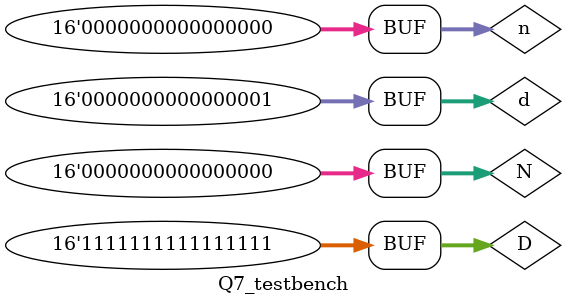
<source format=sv>
module Q7_testbench();
	logic [15:0] D =16'b1111111111111111;
	logic [15:0] d =1;
	logic [15:0] N =0;
	logic [15:0] n =0;
	logic [15:0] W ;
	logic [15:0] w ;
	
	Q5 MUT1 (D,N,W);	
 	Q6 MUT2 (D,N,w);
	initial begin 
		
		#1000 N[0]=1;
		#1000 N[0]=0;
		N[1]=1;
		#1000 N[1]=0;
		N[2]=1;
		#1000 N[2]=0;
		N[3]=1;
		#1000 N[3]=0;
		N[4]=1;
		#1000 N[4]=0;
		N[5]=1;
		#1000 N[5]=0;
		N[6]=1;
		#1000 N[6]=0;
		N[7]=1;
		#1000 N[7]=0;
		N[8]=1;
		#1000 N[8]=0;
		N[9]=1;
		#1000 N[9]=0;
		N[10]=1;
		#1000 N[10]=0;
		N[11]=1;
		#1000 N[11]=0;
		N[12]=1;
		#1000 N[12]=0;
		N[13]=1;
		#1000 N[13]=0;
		N[14]=1;
		#1000 N[14]=0;
		N[15]=1;
		#1000 N[15]=0;		
		
	end  
endmodule
</source>
